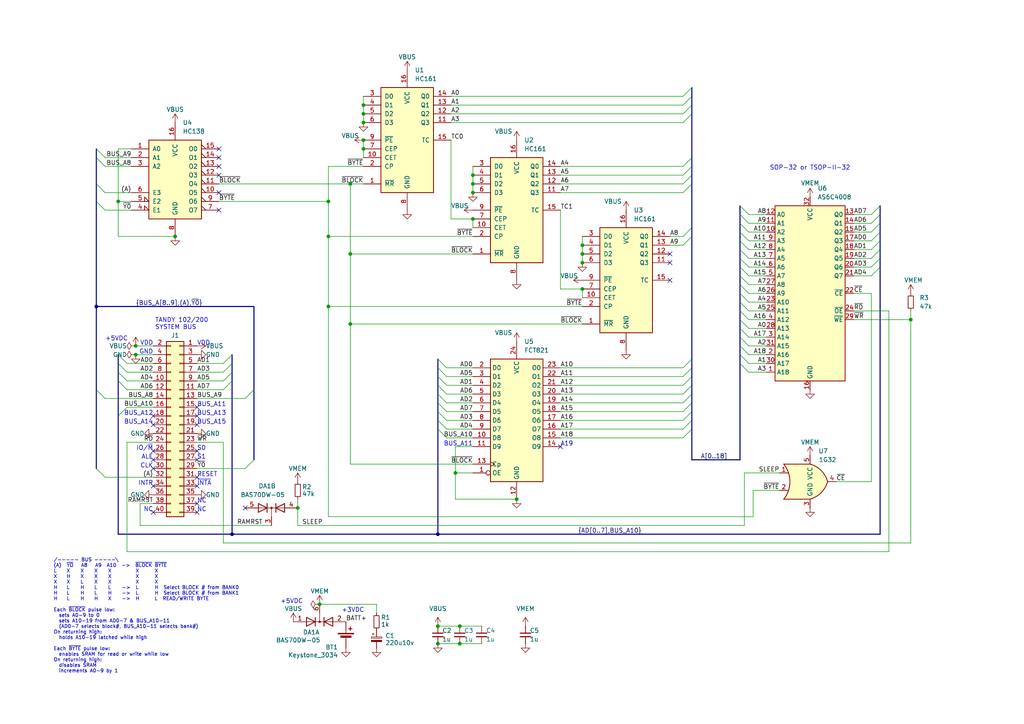
<source format=kicad_sch>
(kicad_sch (version 20231120) (generator "eeschema") (generator_version "8.0")
  (paper "A4")
  (title_block (title "MiniNDP 512K") (date "2024-05-19") (rev "003") (company "Brian K. White - b.kenyon.w@gmail.com") (comment 1 "github.com/bkw777/NODE_DATAPAC") (comment 2 "Use with RAM100.CO or RAM200.CO") (comment 3 "Work-alike of NODE Systems DATAPAC / RAMPAC"))
  (junction (at 133.35 181.61))
  (junction (at 137.16 53.34))
  (junction (at 34.29 58.42))
  (junction (at 127 181.61))
  (junction (at 101.6 93.98))
  (junction (at 168.91 71.12))
  (junction (at 95.25 88.9))
  (junction (at 168.91 73.66))
  (junction (at 39.37 100.33))
  (junction (at 105.41 40.64))
  (junction (at 132.08 137.16))
  (junction (at 95.25 58.42))
  (junction (at 133.35 186.69))
  (junction (at 39.37 102.87))
  (junction (at 101.6 53.34))
  (junction (at 149.86 144.78))
  (junction (at 137.16 63.5))
  (junction (at 67.31 154.94))
  (junction (at 168.91 83.82))
  (junction (at 86.36 147.32))
  (junction (at 168.91 76.2))
  (junction (at 137.16 55.88))
  (junction (at 92.71 175.26))
  (junction (at 127 154.94))
  (junction (at 127 186.69))
  (junction (at 105.41 43.18))
  (junction (at 101.6 73.66))
  (junction (at 105.41 30.48))
  (junction (at 50.8 68.58))
  (junction (at 95.25 68.58))
  (junction (at 27.94 88.9))
  (junction (at 105.41 33.02))
  (junction (at 105.41 35.56))
  (junction (at 264.16 92.71))
  (junction (at 137.16 50.8))
  (no_connect (at 57.15 138.43))
  (no_connect (at 194.31 73.66))
  (no_connect (at 63.5 50.8))
  (no_connect (at 57.15 123.19))
  (no_connect (at 44.45 148.59))
  (no_connect (at 57.15 130.81))
  (no_connect (at 57.15 148.59))
  (no_connect (at 63.5 60.96))
  (no_connect (at 44.45 130.81))
  (no_connect (at 194.31 81.28))
  (no_connect (at 44.45 120.65))
  (no_connect (at 63.5 55.88))
  (no_connect (at 44.45 123.19))
  (no_connect (at 63.5 43.18))
  (no_connect (at 44.45 140.97))
  (no_connect (at 63.5 45.72))
  (no_connect (at 194.31 76.2))
  (no_connect (at 44.45 133.35))
  (no_connect (at 44.45 135.89))
  (no_connect (at 57.15 146.05))
  (no_connect (at 57.15 120.65))
  (no_connect (at 162.56 129.54))
  (no_connect (at 57.15 133.35))
  (no_connect (at 57.15 140.97))
  (no_connect (at 63.5 48.26))
  (no_connect (at 57.15 118.11))
  (no_connect (at 71.12 147.32))
  (bus_entry (at 198.12 71.12) (size 2.54 -2.54))
  (bus_entry (at 252.73 64.77) (size 2.54 -2.54))
  (bus_entry (at 198.12 27.94) (size 2.54 -2.54))
  (bus_entry (at 36.83 110.49) (size -2.54 -2.54))
  (bus_entry (at 127 121.92) (size 2.54 2.54))
  (bus_entry (at 198.12 35.56) (size 2.54 -2.54))
  (bus_entry (at 217.17 72.39) (size -2.54 -2.54))
  (bus_entry (at 34.29 120.65) (size 2.54 -2.54))
  (bus_entry (at 198.12 116.84) (size 2.54 -2.54))
  (bus_entry (at 127 124.46) (size 2.54 2.54))
  (bus_entry (at 217.17 74.93) (size -2.54 -2.54))
  (bus_entry (at 217.17 85.09) (size -2.54 -2.54))
  (bus_entry (at 198.12 119.38) (size 2.54 -2.54))
  (bus_entry (at 127 116.84) (size 2.54 2.54))
  (bus_entry (at 27.94 53.34) (size 2.54 2.54))
  (bus_entry (at 36.83 113.03) (size -2.54 -2.54))
  (bus_entry (at 217.17 97.79) (size -2.54 -2.54))
  (bus_entry (at 36.83 105.41) (size -2.54 -2.54))
  (bus_entry (at 27.94 43.18) (size 2.54 2.54))
  (bus_entry (at 217.17 80.01) (size -2.54 -2.54))
  (bus_entry (at 217.17 77.47) (size -2.54 -2.54))
  (bus_entry (at 217.17 69.85) (size -2.54 -2.54))
  (bus_entry (at 198.12 53.34) (size 2.54 -2.54))
  (bus_entry (at 217.17 82.55) (size -2.54 -2.54))
  (bus_entry (at 217.17 90.17) (size -2.54 -2.54))
  (bus_entry (at 64.77 105.41) (size 2.54 -2.54))
  (bus_entry (at 73.66 133.35) (size -2.54 2.54))
  (bus_entry (at 198.12 111.76) (size 2.54 -2.54))
  (bus_entry (at 217.17 105.41) (size -2.54 -2.54))
  (bus_entry (at 252.73 72.39) (size 2.54 -2.54))
  (bus_entry (at 198.12 121.92) (size 2.54 -2.54))
  (bus_entry (at 217.17 64.77) (size -2.54 -2.54))
  (bus_entry (at 73.66 113.03) (size -2.54 2.54))
  (bus_entry (at 252.73 74.93) (size 2.54 -2.54))
  (bus_entry (at 127 119.38) (size 2.54 2.54))
  (bus_entry (at 217.17 102.87) (size -2.54 -2.54))
  (bus_entry (at 27.94 45.72) (size 2.54 2.54))
  (bus_entry (at 198.12 50.8) (size 2.54 -2.54))
  (bus_entry (at 27.94 58.42) (size 2.54 2.54))
  (bus_entry (at 217.17 87.63) (size -2.54 -2.54))
  (bus_entry (at 252.73 80.01) (size 2.54 -2.54))
  (bus_entry (at 252.73 77.47) (size 2.54 -2.54))
  (bus_entry (at 36.83 107.95) (size -2.54 -2.54))
  (bus_entry (at 64.77 113.03) (size 2.54 -2.54))
  (bus_entry (at 198.12 68.58) (size 2.54 -2.54))
  (bus_entry (at 127 104.14) (size 2.54 2.54))
  (bus_entry (at 198.12 109.22) (size 2.54 -2.54))
  (bus_entry (at 217.17 92.71) (size -2.54 -2.54))
  (bus_entry (at 252.73 67.31) (size 2.54 -2.54))
  (bus_entry (at 127 114.3) (size 2.54 2.54))
  (bus_entry (at 252.73 62.23) (size 2.54 -2.54))
  (bus_entry (at 217.17 100.33) (size -2.54 -2.54))
  (bus_entry (at 198.12 106.68) (size 2.54 -2.54))
  (bus_entry (at 217.17 95.25) (size -2.54 -2.54))
  (bus_entry (at 198.12 48.26) (size 2.54 -2.54))
  (bus_entry (at 252.73 69.85) (size 2.54 -2.54))
  (bus_entry (at 27.94 113.03) (size 2.54 2.54))
  (bus_entry (at 127 111.76) (size 2.54 2.54))
  (bus_entry (at 217.17 107.95) (size -2.54 -2.54))
  (bus_entry (at 198.12 33.02) (size 2.54 -2.54))
  (bus_entry (at 198.12 114.3) (size 2.54 -2.54))
  (bus_entry (at 217.17 62.23) (size -2.54 -2.54))
  (bus_entry (at 64.77 107.95) (size 2.54 -2.54))
  (bus_entry (at 198.12 127) (size 2.54 -2.54))
  (bus_entry (at 127 106.68) (size 2.54 2.54))
  (bus_entry (at 127 109.22) (size 2.54 2.54))
  (bus_entry (at 217.17 67.31) (size -2.54 -2.54))
  (bus_entry (at 198.12 124.46) (size 2.54 -2.54))
  (bus_entry (at 30.48 138.43) (size -2.54 -2.54))
  (bus_entry (at 198.12 55.88) (size 2.54 -2.54))
  (bus_entry (at 64.77 110.49) (size 2.54 -2.54))
  (bus_entry (at 198.12 30.48) (size 2.54 -2.54))
  (bus (pts (xy 127 116.84) (xy 127 119.38)))
  (bus (pts (xy 214.63 95.25) (xy 214.63 97.79)))
  (wire (pts (xy 132.08 129.54) (xy 132.08 137.16)))
  (wire (pts (xy 95.25 149.86) (xy 218.44 149.86)))
  (bus (pts (xy 27.94 45.72) (xy 27.94 53.34)))
  (wire (pts (xy 105.41 40.64) (xy 105.41 43.18)))
  (wire (pts (xy 40.64 146.05) (xy 40.64 152.4)))
  (wire (pts (xy 217.17 82.55) (xy 222.25 82.55)))
  (wire (pts (xy 168.91 73.66) (xy 168.91 71.12)))
  (wire (pts (xy 194.31 68.58) (xy 198.12 68.58)))
  (bus (pts (xy 214.63 105.41) (xy 214.63 102.87)))
  (wire (pts (xy 105.41 30.48) (xy 105.41 33.02)))
  (wire (pts (xy 247.65 80.01) (xy 252.73 80.01)))
  (wire (pts (xy 129.54 119.38) (xy 137.16 119.38)))
  (wire (pts (xy 132.08 137.16) (xy 132.08 144.78)))
  (wire (pts (xy 217.17 67.31) (xy 222.25 67.31)))
  (wire (pts (xy 162.56 114.3) (xy 198.12 114.3)))
  (bus (pts (xy 214.63 80.01) (xy 214.63 82.55)))
  (bus (pts (xy 214.63 105.41) (xy 214.63 133.35)))
  (wire (pts (xy 101.6 53.34) (xy 101.6 73.66)))
  (wire (pts (xy 130.81 27.94) (xy 198.12 27.94)))
  (wire (pts (xy 30.48 55.88) (xy 38.1 55.88)))
  (wire (pts (xy 36.83 113.03) (xy 44.45 113.03)))
  (bus (pts (xy 73.66 88.9) (xy 73.66 113.03)))
  (wire (pts (xy 30.48 115.57) (xy 44.45 115.57)))
  (bus (pts (xy 214.63 62.23) (xy 214.63 64.77)))
  (wire (pts (xy 101.6 93.98) (xy 101.6 134.62)))
  (bus (pts (xy 200.66 121.92) (xy 200.66 124.46)))
  (bus (pts (xy 34.29 105.41) (xy 34.29 107.95)))
  (wire (pts (xy 95.25 88.9) (xy 168.91 88.9)))
  (wire (pts (xy 168.91 83.82) (xy 162.56 83.82)))
  (bus (pts (xy 200.66 30.48) (xy 200.66 33.02)))
  (bus (pts (xy 200.66 33.02) (xy 200.66 45.72)))
  (wire (pts (xy 217.17 87.63) (xy 222.25 87.63)))
  (wire (pts (xy 133.35 181.61) (xy 139.7 181.61)))
  (wire (pts (xy 63.5 58.42) (xy 95.25 58.42)))
  (wire (pts (xy 36.83 105.41) (xy 44.45 105.41)))
  (wire (pts (xy 129.54 127) (xy 137.16 127)))
  (bus (pts (xy 200.66 133.35) (xy 214.63 133.35)))
  (wire (pts (xy 57.15 115.57) (xy 71.12 115.57)))
  (bus (pts (xy 200.66 50.8) (xy 200.66 53.34)))
  (bus (pts (xy 255.27 69.85) (xy 255.27 72.39)))
  (wire (pts (xy 247.65 74.93) (xy 252.73 74.93)))
  (bus (pts (xy 200.66 114.3) (xy 200.66 116.84)))
  (wire (pts (xy 162.56 127) (xy 198.12 127)))
  (wire (pts (xy 217.17 77.47) (xy 222.25 77.47)))
  (wire (pts (xy 137.16 48.26) (xy 137.16 50.8)))
  (bus (pts (xy 214.63 59.69) (xy 214.63 62.23)))
  (wire (pts (xy 162.56 106.68) (xy 198.12 106.68)))
  (wire (pts (xy 218.44 142.24) (xy 226.06 142.24)))
  (bus (pts (xy 67.31 154.94) (xy 127 154.94)))
  (wire (pts (xy 217.17 64.77) (xy 222.25 64.77)))
  (wire (pts (xy 127 181.61) (xy 133.35 181.61)))
  (wire (pts (xy 162.56 124.46) (xy 198.12 124.46)))
  (bus (pts (xy 214.63 77.47) (xy 214.63 80.01)))
  (wire (pts (xy 162.56 116.84) (xy 198.12 116.84)))
  (wire (pts (xy 217.17 90.17) (xy 222.25 90.17)))
  (bus (pts (xy 214.63 74.93) (xy 214.63 77.47)))
  (wire (pts (xy 217.17 100.33) (xy 222.25 100.33)))
  (wire (pts (xy 105.41 45.72) (xy 105.41 43.18)))
  (wire (pts (xy 39.37 100.33) (xy 44.45 100.33)))
  (wire (pts (xy 264.16 92.71) (xy 264.16 157.48)))
  (wire (pts (xy 64.77 128.27) (xy 64.77 157.48)))
  (bus (pts (xy 34.29 120.65) (xy 34.29 154.94)))
  (wire (pts (xy 168.91 83.82) (xy 168.91 86.36)))
  (wire (pts (xy 217.17 69.85) (xy 222.25 69.85)))
  (wire (pts (xy 132.08 137.16) (xy 137.16 137.16)))
  (bus (pts (xy 214.63 69.85) (xy 214.63 72.39)))
  (wire (pts (xy 129.54 116.84) (xy 137.16 116.84)))
  (bus (pts (xy 255.27 72.39) (xy 255.27 74.93)))
  (bus (pts (xy 214.63 82.55) (xy 214.63 85.09)))
  (wire (pts (xy 57.15 105.41) (xy 64.77 105.41)))
  (wire (pts (xy 194.31 71.12) (xy 198.12 71.12)))
  (wire (pts (xy 36.83 110.49) (xy 44.45 110.49)))
  (bus (pts (xy 27.94 113.03) (xy 27.94 135.89)))
  (wire (pts (xy 168.91 71.12) (xy 168.91 68.58)))
  (bus (pts (xy 200.66 111.76) (xy 200.66 114.3)))
  (bus (pts (xy 255.27 64.77) (xy 255.27 67.31)))
  (bus (pts (xy 200.66 106.68) (xy 200.66 109.22)))
  (bus (pts (xy 200.66 116.84) (xy 200.66 119.38)))
  (wire (pts (xy 162.56 119.38) (xy 198.12 119.38)))
  (bus (pts (xy 200.66 25.4) (xy 200.66 27.94)))
  (wire (pts (xy 217.17 97.79) (xy 222.25 97.79)))
  (bus (pts (xy 127 114.3) (xy 127 116.84)))
  (wire (pts (xy 95.25 68.58) (xy 95.25 88.9)))
  (wire (pts (xy 130.81 40.64) (xy 130.81 63.5)))
  (wire (pts (xy 130.81 35.56) (xy 198.12 35.56)))
  (wire (pts (xy 215.9 137.16) (xy 226.06 137.16)))
  (bus (pts (xy 200.66 109.22) (xy 200.66 111.76)))
  (wire (pts (xy 127 186.69) (xy 133.35 186.69)))
  (bus (pts (xy 73.66 113.03) (xy 73.66 133.35)))
  (wire (pts (xy 133.35 186.69) (xy 139.7 186.69)))
  (wire (pts (xy 247.65 92.71) (xy 264.16 92.71)))
  (wire (pts (xy 247.65 69.85) (xy 252.73 69.85)))
  (wire (pts (xy 129.54 106.68) (xy 137.16 106.68)))
  (bus (pts (xy 34.29 110.49) (xy 34.29 120.65)))
  (wire (pts (xy 57.15 128.27) (xy 64.77 128.27)))
  (bus (pts (xy 200.66 124.46) (xy 200.66 133.35)))
  (wire (pts (xy 129.54 124.46) (xy 137.16 124.46)))
  (wire (pts (xy 217.17 62.23) (xy 222.25 62.23)))
  (wire (pts (xy 162.56 109.22) (xy 198.12 109.22)))
  (wire (pts (xy 137.16 50.8) (xy 137.16 53.34)))
  (wire (pts (xy 39.37 102.87) (xy 44.45 102.87)))
  (bus (pts (xy 200.66 53.34) (xy 200.66 66.04)))
  (wire (pts (xy 105.41 27.94) (xy 105.41 30.48)))
  (bus (pts (xy 200.66 66.04) (xy 200.66 68.58)))
  (wire (pts (xy 95.25 68.58) (xy 137.16 68.58)))
  (bus (pts (xy 255.27 62.23) (xy 255.27 64.77)))
  (wire (pts (xy 63.5 53.34) (xy 101.6 53.34)))
  (wire (pts (xy 130.81 63.5) (xy 137.16 63.5)))
  (wire (pts (xy 109.22 175.26) (xy 92.71 175.26)))
  (wire (pts (xy 101.6 53.34) (xy 105.41 53.34)))
  (bus (pts (xy 27.94 53.34) (xy 27.94 58.42)))
  (wire (pts (xy 34.29 58.42) (xy 34.29 68.58)))
  (bus (pts (xy 127 124.46) (xy 127 154.94)))
  (bus (pts (xy 255.27 74.93) (xy 255.27 77.47)))
  (bus (pts (xy 214.63 72.39) (xy 214.63 74.93)))
  (bus (pts (xy 67.31 105.41) (xy 67.31 107.95)))
  (bus (pts (xy 214.63 64.77) (xy 214.63 67.31)))
  (bus (pts (xy 255.27 59.69) (xy 255.27 62.23)))
  (bus (pts (xy 214.63 85.09) (xy 214.63 87.63)))
  (bus (pts (xy 67.31 107.95) (xy 67.31 110.49)))
  (wire (pts (xy 247.65 72.39) (xy 252.73 72.39)))
  (wire (pts (xy 162.56 50.8) (xy 198.12 50.8)))
  (bus (pts (xy 214.63 97.79) (xy 214.63 100.33)))
  (wire (pts (xy 129.54 111.76) (xy 137.16 111.76)))
  (wire (pts (xy 95.25 48.26) (xy 105.41 48.26)))
  (wire (pts (xy 217.17 85.09) (xy 222.25 85.09)))
  (bus (pts (xy 214.63 90.17) (xy 214.63 92.71)))
  (bus (pts (xy 127 109.22) (xy 127 111.76)))
  (wire (pts (xy 95.25 88.9) (xy 95.25 149.86)))
  (bus (pts (xy 34.29 107.95) (xy 34.29 110.49)))
  (wire (pts (xy 168.91 76.2) (xy 168.91 73.66)))
  (wire (pts (xy 162.56 55.88) (xy 198.12 55.88)))
  (bus (pts (xy 255.27 77.47) (xy 255.27 154.94)))
  (wire (pts (xy 34.29 68.58) (xy 50.8 68.58)))
  (wire (pts (xy 57.15 107.95) (xy 64.77 107.95)))
  (wire (pts (xy 162.56 83.82) (xy 162.56 60.96)))
  (wire (pts (xy 162.56 53.34) (xy 198.12 53.34)))
  (wire (pts (xy 162.56 121.92) (xy 198.12 121.92)))
  (bus (pts (xy 127 154.94) (xy 255.27 154.94)))
  (wire (pts (xy 217.17 72.39) (xy 222.25 72.39)))
  (wire (pts (xy 242.57 139.7) (xy 252.73 139.7)))
  (wire (pts (xy 217.17 80.01) (xy 222.25 80.01)))
  (bus (pts (xy 27.94 43.18) (xy 27.94 45.72)))
  (wire (pts (xy 218.44 142.24) (xy 218.44 149.86)))
  (bus (pts (xy 255.27 67.31) (xy 255.27 69.85)))
  (bus (pts (xy 200.66 48.26) (xy 200.66 50.8)))
  (bus (pts (xy 67.31 102.87) (xy 67.31 105.41)))
  (wire (pts (xy 247.65 67.31) (xy 252.73 67.31)))
  (wire (pts (xy 129.54 114.3) (xy 137.16 114.3)))
  (bus (pts (xy 214.63 100.33) (xy 214.63 102.87)))
  (wire (pts (xy 34.29 43.18) (xy 34.29 58.42)))
  (wire (pts (xy 217.17 107.95) (xy 222.25 107.95)))
  (wire (pts (xy 247.65 64.77) (xy 252.73 64.77)))
  (bus (pts (xy 127 119.38) (xy 127 121.92)))
  (wire (pts (xy 247.65 62.23) (xy 252.73 62.23)))
  (bus (pts (xy 127 106.68) (xy 127 109.22)))
  (wire (pts (xy 217.17 102.87) (xy 222.25 102.87)))
  (bus (pts (xy 200.66 27.94) (xy 200.66 30.48)))
  (wire (pts (xy 247.65 77.47) (xy 252.73 77.47)))
  (wire (pts (xy 36.83 128.27) (xy 36.83 160.02)))
  (wire (pts (xy 36.83 107.95) (xy 44.45 107.95)))
  (bus (pts (xy 200.66 104.14) (xy 200.66 106.68)))
  (wire (pts (xy 95.25 58.42) (xy 95.25 68.58)))
  (wire (pts (xy 57.15 113.03) (xy 64.77 113.03)))
  (bus (pts (xy 200.66 45.72) (xy 200.66 48.26)))
  (bus (pts (xy 27.94 88.9) (xy 27.94 113.03)))
  (wire (pts (xy 34.29 43.18) (xy 38.1 43.18)))
  (wire (pts (xy 264.16 90.17) (xy 264.16 92.71)))
  (wire (pts (xy 101.6 93.98) (xy 168.91 93.98)))
  (wire (pts (xy 44.45 128.27) (xy 36.83 128.27)))
  (wire (pts (xy 264.16 157.48) (xy 64.77 157.48)))
  (wire (pts (xy 57.15 110.49) (xy 64.77 110.49)))
  (wire (pts (xy 30.48 48.26) (xy 38.1 48.26)))
  (wire (pts (xy 137.16 53.34) (xy 137.16 55.88)))
  (wire (pts (xy 252.73 85.09) (xy 252.73 139.7)))
  (bus (pts (xy 214.63 92.71) (xy 214.63 95.25)))
  (wire (pts (xy 130.81 30.48) (xy 198.12 30.48)))
  (wire (pts (xy 132.08 129.54) (xy 137.16 129.54)))
  (bus (pts (xy 27.94 88.9) (xy 73.66 88.9)))
  (wire (pts (xy 57.15 135.89) (xy 71.12 135.89)))
  (wire (pts (xy 101.6 73.66) (xy 137.16 73.66)))
  (bus (pts (xy 27.94 58.42) (xy 27.94 88.9)))
  (wire (pts (xy 129.54 109.22) (xy 137.16 109.22)))
  (wire (pts (xy 109.22 177.8) (xy 109.22 175.26)))
  (wire (pts (xy 105.41 33.02) (xy 105.41 35.56)))
  (wire (pts (xy 217.17 105.41) (xy 222.25 105.41)))
  (wire (pts (xy 86.36 144.78) (xy 86.36 147.32)))
  (bus (pts (xy 67.31 110.49) (xy 67.31 154.94)))
  (wire (pts (xy 40.64 146.05) (xy 44.45 146.05)))
  (wire (pts (xy 130.81 33.02) (xy 198.12 33.02)))
  (wire (pts (xy 101.6 73.66) (xy 101.6 93.98)))
  (bus (pts (xy 200.66 68.58) (xy 200.66 104.14)))
  (wire (pts (xy 132.08 144.78) (xy 149.86 144.78)))
  (bus (pts (xy 127 111.76) (xy 127 114.3)))
  (wire (pts (xy 36.83 118.11) (xy 44.45 118.11)))
  (wire (pts (xy 217.17 74.93) (xy 222.25 74.93)))
  (wire (pts (xy 252.73 85.09) (xy 247.65 85.09)))
  (wire (pts (xy 162.56 48.26) (xy 198.12 48.26)))
  (bus (pts (xy 214.63 87.63) (xy 214.63 90.17)))
  (wire (pts (xy 247.65 90.17) (xy 257.81 90.17)))
  (wire (pts (xy 137.16 63.5) (xy 137.16 66.04)))
  (bus (pts (xy 214.63 67.31) (xy 214.63 69.85)))
  (wire (pts (xy 30.48 60.96) (xy 38.1 60.96)))
  (wire (pts (xy 129.54 121.92) (xy 137.16 121.92)))
  (wire (pts (xy 257.81 160.02) (xy 257.81 90.17)))
  (wire (pts (xy 30.48 138.43) (xy 44.45 138.43)))
  (bus (pts (xy 34.29 102.87) (xy 34.29 105.41)))
  (wire (pts (xy 217.17 92.71) (xy 222.25 92.71)))
  (wire (pts (xy 95.25 48.26) (xy 95.25 58.42)))
  (wire (pts (xy 30.48 45.72) (xy 38.1 45.72)))
  (bus (pts (xy 127 121.92) (xy 127 124.46)))
  (wire (pts (xy 162.56 111.76) (xy 198.12 111.76)))
  (wire (pts (xy 40.64 152.4) (xy 78.74 152.4)))
  (wire (pts (xy 86.36 152.4) (xy 215.9 152.4)))
  (wire (pts (xy 215.9 137.16) (xy 215.9 152.4)))
  (wire (pts (xy 217.17 95.25) (xy 222.25 95.25)))
  (bus (pts (xy 127 104.14) (xy 127 106.68)))
  (bus (pts (xy 34.29 154.94) (xy 67.31 154.94)))
  (bus (pts (xy 200.66 119.38) (xy 200.66 121.92)))
  (wire (pts (xy 34.29 58.42) (xy 38.1 58.42)))
  (wire (pts (xy 86.36 152.4) (xy 86.36 147.32)))
  (wire (pts (xy 101.6 134.62) (xy 137.16 134.62)))
  (wire (pts (xy 36.83 160.02) (xy 257.81 160.02)))
  (text "BUS_A11" (at 57.15 118.11 0) (effects (font (size 1.27 1.27)) (justify left bottom)))
  (text "TANDY 102/200\nSYSTEM BUS" (at 44.958 95.758 0) (effects (font (size 1.27 1.27)) (justify left bottom)))
  (text "+5VDC" (at 30.48 99.06 0) (effects (font (size 1.27 1.27)) (justify left bottom)))
  (text "BUS_A15" (at 57.15 123.19 0) (effects (font (size 1.27 1.27)) (justify left bottom)))
  (text "INTR" (at 44.45 140.97 0) (effects (font (size 1.27 1.27)) (justify right bottom)))
  (text "BUS_A14" (at 44.45 123.19 0) (effects (font (size 1.27 1.27)) (justify right bottom)))
  (text "ALE" (at 44.45 133.35 0) (effects (font (size 1.27 1.27)) (justify right bottom)))
  (text "S1" (at 57.15 133.35 0) (effects (font (size 1.27 1.27)) (justify left bottom)))
  (text "SOP-32 or TSOP-II-32" (at 234.95 48.768 0) (effects (font (size 1.27 1.27))))
  (text "NC" (at 57.15 148.59 0) (effects (font (size 1.27 1.27)) (justify left bottom)))
  (text "NC" (at 57.15 146.05 0) (effects (font (size 1.27 1.27)) (justify left bottom)))
  (text "~{INTA}" (at 57.15 140.97 0) (effects (font (size 1.27 1.27)) (justify left bottom)))
  (text "CLK" (at 44.45 135.89 0) (effects (font (size 1.27 1.27)) (justify right bottom)))
  (text "GND" (at 44.45 102.87 0) (effects (font (size 1.27 1.27)) (justify right bottom)))
  (text "IO/~{M}" (at 44.45 130.81 0) (effects (font (size 1.27 1.27)) (justify right bottom)))
  (text "VDD" (at 44.45 100.33 0) (effects (font (size 1.27 1.27)) (justify right bottom)))
  (text "BUS_A11" (at 137.16 129.54 0) (effects (font (size 1.27 1.27)) (justify right bottom)))
  (text "/----- BUS -----\\\n(A)	~{YO}   A8   A9  A10  ->  ~{BLOCK} ~{BYTE}\nL	X	X	X	X		X	  X\nX	H	X	X	X		X	  X\nX	X	L	X	X		X	  X\nH	L	H	L	L	->  L	  H  Select BLOCK # from BANK0\nH	L	H	L	H	->  L	  H  Select BLOCK # from BANK1\nH	L	H	H	X	->  H	  L  READ/WRITE BYTE\n\nEach ~{BLOCK} pulse low:\n  sets A0-9 to 0\n  sets A10-19 from AD0-7 & BUS_A10-11\n  (AD0-7 selects block#, BUS_A10-11 selects bank#)\nOn returning high:\n  holds A10-19 latched while high\n\nEach ~{BYTE} pulse low:\n  enables SRAM for read or write while low\nOn returning high:\n  disables SRAM\n  increments A0-9 by 1\n" (at 15.494 195.326 0) (effects (font (size 1 1)) (justify left bottom)))
  (text "+3VDC" (at 99.06 177.8 0) (effects (font (size 1.27 1.27)) (justify left bottom)))
  (text "S0" (at 57.15 130.81 0) (effects (font (size 1.27 1.27)) (justify left bottom)))
  (text "RESET" (at 57.15 138.43 0) (effects (font (size 1.27 1.27)) (justify left bottom)))
  (text "A19" (at 162.56 129.54 0) (effects (font (size 1.27 1.27)) (justify left bottom)))
  (text "NC" (at 44.45 148.59 0) (effects (font (size 1.27 1.27)) (justify right bottom)))
  (text "VDD" (at 57.15 100.33 0) (effects (font (size 1.27 1.27)) (justify left bottom)))
  (text "+5VDC" (at 81.28 175.26 0) (effects (font (size 1.27 1.27)) (justify left bottom)))
  (text "BUS_A13" (at 57.15 120.65 0) (effects (font (size 1.27 1.27)) (justify left bottom)))
  (text "BUS_A12" (at 44.45 120.65 0) (effects (font (size 1.27 1.27)) (justify right bottom)))
  (label "BUS_A8" (at 44.45 115.57 180))
  (label "~{RD}" (at 247.65 90.17 0))
  (label "A17" (at 162.56 124.46 0))
  (label "BATT+" (at 100.33 180.34 0))
  (label "AD3" (at 57.15 107.95 0))
  (label "A5" (at 162.56 50.8 0))
  (label "A1" (at 222.25 105.41 180))
  (label "~{CE}" (at 247.65 85.09 0))
  (label "A7" (at 222.25 82.55 180))
  (label "A2" (at 130.81 33.02 0))
  (label "AD5" (at 137.16 109.22 180))
  (label "A13" (at 222.25 74.93 180))
  (label "AD0" (at 247.65 69.85 0))
  (label "A1" (at 130.81 30.48 0))
  (label "~{CE}" (at 242.57 139.7 0))
  (label "~{BLOCK}" (at 137.16 73.66 180))
  (label "A16" (at 222.25 92.71 180))
  (label "A11" (at 162.56 109.22 0))
  (label "AD6" (at 137.16 114.3 180))
  (label "~{Y0}" (at 38.1 60.96 180))
  (label "AD1" (at 57.15 105.41 0))
  (label "A6" (at 162.56 53.34 0))
  (label "A7" (at 162.56 55.88 0))
  (label "{AD[0..7],BUS_A10}" (at 167.64 154.94 0))
  (label "A9" (at 194.31 71.12 0))
  (label "AD5" (at 247.65 67.31 0))
  (label "A10" (at 162.56 106.68 0))
  (label "RAMRST" (at 44.45 146.05 180))
  (label "AD7" (at 57.15 113.03 0))
  (label "A0" (at 130.81 27.94 0))
  (label "AD2" (at 44.45 107.95 180))
  (label "~{Y0}" (at 57.15 135.89 0))
  (label "AD1" (at 247.65 72.39 0))
  (label "A12" (at 162.56 111.76 0))
  (label "A17" (at 222.25 97.79 180))
  (label "AD0" (at 137.16 106.68 180))
  (label "A3" (at 222.25 107.95 180))
  (label "A[0..18]" (at 203.2 133.35 0))
  (label "A8" (at 222.25 62.23 180))
  (label "(A)" (at 38.1 55.88 180))
  (label "A18" (at 222.25 102.87 180))
  (label "A18" (at 162.56 127 0))
  (label "RAMRST" (at 76.2 152.4 180))
  (label "AD6" (at 44.45 113.03 180))
  (label "A2" (at 222.25 100.33 180))
  (label "A15" (at 222.25 80.01 180))
  (label "~{BLOCK}" (at 63.5 53.34 0))
  (label "A6" (at 222.25 85.09 180))
  (label "A9" (at 222.25 64.77 180))
  (label "~{BLOCK}" (at 168.91 93.98 180))
  (label "AD4" (at 137.16 124.46 180))
  (label "~{BYTE}" (at 105.41 48.26 180))
  (label "AD7" (at 247.65 62.23 0))
  (label "AD4" (at 247.65 80.01 0))
  (label "AD2" (at 137.16 116.84 180))
  (label "A15" (at 162.56 119.38 0))
  (label "A13" (at 162.56 114.3 0))
  (label "BUS_A10" (at 137.16 127 180))
  (label "A8" (at 194.31 68.58 0))
  (label "~{BYTE}" (at 168.91 88.9 180))
  (label "~{BYTE}" (at 137.16 68.58 180))
  (label "BUS_A10" (at 44.45 118.11 180))
  (label "AD0" (at 44.45 105.41 180))
  (label "~{WR}" (at 247.65 92.71 0))
  (label "A16" (at 162.56 121.92 0))
  (label "A4" (at 162.56 48.26 0))
  (label "AD3" (at 247.65 77.47 0))
  (label "{BUS_A[8..9],(A),~{Y0}}" (at 39.37 88.9 0))
  (label "A3" (at 130.81 35.56 0))
  (label "BUS_A9" (at 38.1 45.72 180))
  (label "AD4" (at 44.45 110.49 180))
  (label "A11" (at 222.25 69.85 180))
  (label "A12" (at 222.25 72.39 180))
  (label "A0" (at 222.25 95.25 180))
  (label "~{BLOCK}" (at 137.16 134.62 180))
  (label "A14" (at 162.56 116.84 0))
  (label "A5" (at 222.25 90.17 180))
  (label "SLEEP" (at 226.06 137.16 180))
  (label "BUS_A8" (at 38.1 48.26 180))
  (label "AD2" (at 247.65 74.93 0))
  (label "AD7" (at 137.16 119.38 180))
  (label "A14" (at 222.25 77.47 180))
  (label "AD1" (at 137.16 111.76 180))
  (label "~{WR}" (at 57.15 128.27 0))
  (label "~{BYTE}" (at 226.06 142.24 180))
  (label "(A)" (at 44.45 138.43 180))
  (label "A10" (at 222.25 67.31 180))
  (label "BUS_A9" (at 57.15 115.57 0))
  (label "AD6" (at 247.65 64.77 0))
  (label "TC0" (at 130.81 40.64 0))
  (label "TC1" (at 162.56 60.96 0))
  (label "~{RD}" (at 44.45 128.27 180))
  (label "AD5" (at 57.15 110.49 0))
  (label "~{BLOCK}" (at 105.41 53.34 180))
  (label "~{BYTE}" (at 63.5 58.42 0))
  (label "SLEEP" (at 87.63 152.4 0))
  (label "A4" (at 222.25 87.63 180))
  (label "AD3" (at 137.16 121.92 180))
  (symbol (lib_id "000_LOCAL:C_Polarized") (at 109.22 185.42 0) (unit 1)
    (property "Reference" "C1" (at 111.76 184.404 0) (effects (justify left)))
    (property "Value" "220u10v" (at 111.76 186.436 0) (effects (justify left)))
    (property "Footprint" "000_LOCAL:CP_6032" (effects (hide yes)))
    (property "Datasheet" "datasheets/TAJ.odf" (effects (hide yes)))
  )
  (symbol (lib_id "power:GND") (at 168.91 76.2 0) (unit 1)
    (property "Reference" "#PWR034" (effects (hide yes)))
    (property "Value" "GND" (effects (hide yes)))
    (property "Description" "Power symbol creates a global label with name \"GND\" , ground" (effects (hide yes)))
  )
  (symbol (lib_id "000_LOCAL:AS6C4008_DIP") (at 234.95 82.55 0) (unit 1)
    (property "Reference" "U6" (at 237.1441 54.61 0) (effects (justify left)))
    (property "Value" "AS6C4008" (at 237.1441 57.15 0) (effects (justify left)))
    (property "Footprint" "000_LOCAL:TSOP-II-SOP-32_dual" (effects (hide yes)))
    (property "Datasheet" "datasheets/AS6C4008.pdf" (effects (hide yes)))
    (property "Description" "512K x 8 High-Speed CMOS Static RAM, DIP-32/SOP-32/TSOP-32" (effects (hide yes)))
  )
  (symbol (lib_id "power:GND") (at 57.15 143.51 90) (unit 1)
    (property "Reference" "#PWR08" (effects (hide yes)))
    (property "Value" "GND" (at 59.69 143.51 90) (effects (justify right)))
    (property "Description" "Power symbol creates a global label with name \"GND\" , ground" (effects (hide yes)))
  )
  (symbol (lib_id "power:VMEM") (at 92.71 175.26 0) (unit 1)
    (property "Reference" "#PWR010" (effects (hide yes)))
    (property "Value" "VMEM" (at 92.71 171.45 0))
    (property "Description" "Power symbol creates a global label with name \"VMEM\"" (effects (hide yes)))
  )
  (symbol (lib_id "power:VBUS") (at 39.37 100.33 0) (unit 1)
    (property "Reference" "#PWR01" (effects (hide yes)))
    (property "Value" "VBUS" (at 36.83 100.33 0) (effects (justify right)))
    (property "Description" "Power symbol creates a global label with name \"VBUS\"" (effects (hide yes)))
  )
  (symbol (lib_id "power:GND") (at 234.95 113.03 0) (unit 1)
    (property "Reference" "#PWR026" (effects (hide yes)))
    (property "Value" "GND" (effects (hide yes)))
    (property "Description" "Power symbol creates a global label with name \"GND\" , ground" (effects (hide yes)))
  )
  (symbol (lib_id "000_LOCAL:74xx821") (at 149.86 119.38 0) (unit 1)
    (property "Reference" "U5" (at 152.0541 99.06 0) (effects (justify left)))
    (property "Value" "FCT821" (at 152.0541 101.6 0) (effects (justify left)))
    (property "Footprint" "000_LOCAL:SOIC-24" (effects (hide yes)))
    (property "Datasheet" "datasheets/CY74FCT821T.pdf" (effects (hide yes)))
    (property "Description" "10-bit Register, 3-state outputs" (effects (hide yes)))
  )
  (symbol (lib_id "000_LOCAL:Battery_Cell") (at 100.33 185.42 0) (unit 1)
    (property "Reference" "BT1" (at 98.044 187.706 0) (effects (justify right)))
    (property "Value" "Keystone_3034" (at 98.044 189.992 0) (effects (justify right)))
    (property "Footprint" "000_LOCAL:Keystone_3028_3034" (effects (hide yes)))
    (property "Datasheet" "datasheets/Keystone_3034.pdf" (effects (hide yes)))
  )
  (symbol (lib_id "power:VBUS") (at 137.16 60.96 90) (unit 1)
    (property "Reference" "#PWR035" (effects (hide yes)))
    (property "Value" "VBUS" (at 133.35 59.69 90))
    (property "Description" "Power symbol creates a global label with name \"VBUS\"" (effects (hide yes)))
  )
  (symbol (lib_id "power:GND") (at 50.8 68.58 0) (unit 1)
    (property "Reference" "#PWR022" (effects (hide yes)))
    (property "Value" "GND" (effects (hide yes)))
    (property "Description" "Power symbol creates a global label with name \"GND\" , ground" (effects (hide yes)))
  )
  (symbol (lib_id "power:VMEM") (at 86.36 139.7 0) (unit 1)
    (property "Reference" "#PWR013" (effects (hide yes)))
    (property "Value" "VMEM" (at 86.36 135.89 0))
    (property "Description" "Power symbol creates a global label with name \"VMEM\"" (effects (hide yes)))
  )
  (symbol (lib_id "power:GND") (at 44.45 125.73 270) (unit 1)
    (property "Reference" "#PWR05" (effects (hide yes)))
    (property "Value" "GND" (at 41.91 125.73 90) (effects (justify right)))
    (property "Description" "Power symbol creates a global label with name \"GND\" , ground" (effects (hide yes)))
  )
  (symbol (lib_id "power:VMEM") (at 234.95 57.15 0) (unit 1)
    (property "Reference" "#PWR012" (effects (hide yes)))
    (property "Value" "VMEM" (at 234.95 53.086 0))
    (property "Description" "Power symbol creates a global label with name \"VMEM\"" (effects (hide yes)))
  )
  (symbol (lib_id "power:PWR_FLAG") (at 39.37 100.33 90) (unit 1)
    (property "Reference" "#FLG01" (effects (hide yes)))
    (property "Value" "PWR_FLAG" (effects (hide yes)))
    (property "Description" "Special symbol for telling ERC where power comes from" (effects (hide yes)))
  )
  (symbol (lib_id "000_LOCAL:BAV70S") (at 92.71 180.34 0) (mirror x) (unit 1)
    (property "Reference" "DA1" (at 92.71 183.388 0) (effects (justify right)))
    (property "Value" "BAS70DW-05" (at 92.964 185.674 0) (effects (justify right)))
    (property "Footprint" "000_LOCAL:SOT-363_SC-70-6_symmetric" (effects (hide yes)))
    (property "Datasheet" "datasheets/BAS70.pdf" (effects (hide yes)))
  )
  (symbol (lib_id "power:GND") (at 100.33 187.96 0) (unit 1)
    (property "Reference" "#PWR058" (effects (hide yes)))
    (property "Value" "GND" (effects (hide yes)))
    (property "Description" "Power symbol creates a global label with name \"GND\" , ground" (effects (hide yes)))
  )
  (symbol (lib_id "power:GND") (at 149.86 81.28 0) (unit 1)
    (property "Reference" "#PWR019" (effects (hide yes)))
    (property "Value" "GND" (effects (hide yes)))
    (property "Description" "Power symbol creates a global label with name \"GND\" , ground" (effects (hide yes)))
  )
  (symbol (lib_id "000_LOCAL:74xx161") (at 181.61 81.28 0) (unit 1)
    (property "Reference" "U3" (at 183.8041 60.96 0) (effects (justify left)))
    (property "Value" "HC161" (at 183.8041 63.5 0) (effects (justify left)))
    (property "Footprint" "000_LOCAL:TSSOP-16" (effects (hide yes)))
    (property "Datasheet" "datasheets/74xx161.pdf" (effects (hide yes)))
  )
  (symbol (lib_id "power:GND") (at 44.45 143.51 270) (unit 1)
    (property "Reference" "#PWR07" (effects (hide yes)))
    (property "Value" "GND" (at 41.91 143.51 90) (effects (justify right)))
    (property "Description" "Power symbol creates a global label with name \"GND\" , ground" (effects (hide yes)))
  )
  (symbol (lib_id "power:VBUS") (at 57.15 100.33 270) (unit 1)
    (property "Reference" "#PWR042" (effects (hide yes)))
    (property "Value" "VBUS" (at 62.23 100.33 90))
    (property "Description" "Power symbol creates a global label with name \"VBUS\"" (effects (hide yes)))
  )
  (symbol (lib_id "power:GND") (at 39.37 102.87 0) (unit 1)
    (property "Reference" "#PWR03" (effects (hide yes)))
    (property "Value" "GND" (at 36.83 102.87 0) (effects (justify right)))
    (property "Description" "Power symbol creates a global label with name \"GND\" , ground" (effects (hide yes)))
  )
  (symbol (lib_name "74xx161_1") (lib_id "000_LOCAL:74xx161") (at 118.11 40.64 0) (unit 1)
    (property "Reference" "U1" (at 120.3041 20.32 0) (effects (justify left)))
    (property "Value" "HC161" (at 120.3041 22.86 0) (effects (justify left)))
    (property "Footprint" "000_LOCAL:TSSOP-16" (effects (hide yes)))
    (property "Datasheet" "datasheets/74xx161.pdf" (effects (hide yes)))
  )
  (symbol (lib_id "000_LOCAL:BAV70S") (at 78.74 147.32 0) (mirror y) (unit 2)
    (property "Reference" "DA1" (at 77.47 140.97 0))
    (property "Value" "BAS70DW-05" (at 76.2 143.51 0))
    (property "Footprint" "000_LOCAL:SOT-363_SC-70-6_symmetric" (effects (hide yes)))
    (property "Datasheet" "datasheets/BAS70.pdf" (effects (hide yes)))
  )
  (symbol (lib_id "power:VMEM") (at 152.4 181.61 0) (unit 1) (on_board no)
    (property "Reference" "#PWR055" (effects (hide yes)))
    (property "Value" "VMEM" (at 152.4 176.53 0))
    (property "Description" "Power symbol creates a global label with name \"VMEM\"" (effects (hide yes)))
  )
  (symbol (lib_id "000_LOCAL:74xx138") (at 50.8 50.8 0) (unit 1)
    (property "Reference" "U4" (at 52.9941 35.56 0) (effects (justify left)))
    (property "Value" "HC138" (at 52.9941 38.1 0) (effects (justify left)))
    (property "Footprint" "000_LOCAL:TSSOP-16" (effects (hide yes)))
    (property "Datasheet" "datasheets/74xx138.pdf" (effects (hide yes)))
  )
  (symbol (lib_name "C_1") (lib_id "000_LOCAL:C") (at 152.4 184.15 0) (unit 1)
    (property "Reference" "C5" (at 153.67 182.88 0) (effects (justify left)))
    (property "Value" "1u" (at 153.67 185.42 0) (effects (justify left)))
    (property "Footprint" "000_LOCAL:C_0805" (effects (hide yes)))
  )
  (symbol (lib_id "power:GND") (at 137.16 55.88 0) (unit 1)
    (property "Reference" "#PWR039" (effects (hide yes)))
    (property "Value" "GND" (effects (hide yes)))
    (property "Description" "Power symbol creates a global label with name \"GND\" , ground" (effects (hide yes)))
  )
  (symbol (lib_id "000_LOCAL:74xx1G32") (at 234.95 139.7 0) (unit 1)
    (property "Reference" "U7" (at 238.76 130.81 0))
    (property "Value" "1G32" (at 240.03 133.35 0))
    (property "Footprint" "000_LOCAL:SOT-353_SC-70-5" (effects (hide yes)))
    (property "Datasheet" "datasheets/74xx1G32.pdf" (effects (hide yes)))
  )
  (symbol (lib_id "power:PWR_FLAG") (at 39.37 102.87 90) (unit 1)
    (property "Reference" "#FLG03" (effects (hide yes)))
    (property "Value" "PWR_FLAG" (effects (hide yes)))
    (property "Description" "Special symbol for telling ERC where power comes from" (effects (hide yes)))
  )
  (symbol (lib_id "power:GND") (at 127 186.69 0) (unit 1)
    (property "Reference" "#PWR023" (effects (hide yes)))
    (property "Value" "GND" (effects (hide yes)))
    (property "Description" "Power symbol creates a global label with name \"GND\" , ground" (effects (hide yes)))
  )
  (symbol (lib_name "74xx161_2") (lib_id "000_LOCAL:74xx161") (at 149.86 60.96 0) (unit 1)
    (property "Reference" "U2" (at 152.0541 40.64 0) (effects (justify left)))
    (property "Value" "HC161" (at 152.0541 43.18 0) (effects (justify left)))
    (property "Footprint" "000_LOCAL:TSSOP-16" (effects (hide yes)))
    (property "Datasheet" "datasheets/74xx161.pdf" (effects (hide yes)))
  )
  (symbol (lib_id "power:GND") (at 57.15 125.73 90) (unit 1)
    (property "Reference" "#PWR06" (effects (hide yes)))
    (property "Value" "GND" (at 59.69 125.73 90) (effects (justify right)))
    (property "Description" "Power symbol creates a global label with name \"GND\" , ground" (effects (hide yes)))
  )
  (symbol (lib_id "power:GND") (at 105.41 35.56 0) (unit 1)
    (property "Reference" "#PWR038" (effects (hide yes)))
    (property "Value" "GND" (effects (hide yes)))
    (property "Description" "Power symbol creates a global label with name \"GND\" , ground" (effects (hide yes)))
  )
  (symbol (lib_id "000_LOCAL:C") (at 133.35 184.15 0) (unit 1)
    (property "Reference" "C3" (at 134.62 182.88 0) (effects (justify left)))
    (property "Value" "1u" (at 134.62 185.42 0) (effects (justify left)))
    (property "Footprint" "000_LOCAL:C_0805" (effects (hide yes)))
  )
  (symbol (lib_id "power:VMEM") (at 264.16 85.09 0) (unit 1)
    (property "Reference" "#PWR014" (effects (hide yes)))
    (property "Value" "VMEM" (at 264.922 81.28 0))
    (property "Description" "Power symbol creates a global label with name \"VMEM\"" (effects (hide yes)))
  )
  (symbol (lib_id "power:VBUS") (at 105.41 40.64 90) (unit 1)
    (property "Reference" "#PWR036" (effects (hide yes)))
    (property "Value" "VBUS" (at 104.14 39.37 90) (effects (justify left)))
    (property "Description" "Power symbol creates a global label with name \"VBUS\"" (effects (hide yes)))
  )
  (symbol (lib_id "power:GND") (at 118.11 60.96 0) (unit 1)
    (property "Reference" "#PWR020" (effects (hide yes)))
    (property "Value" "GND" (effects (hide yes)))
    (property "Description" "Power symbol creates a global label with name \"GND\" , ground" (effects (hide yes)))
  )
  (symbol (lib_id "000_LOCAL:R") (at 86.36 142.24 0) (unit 1)
    (property "Reference" "R2" (at 87.63 141.224 0) (effects (justify left)))
    (property "Value" "47k" (at 87.63 143.256 0) (effects (justify left)))
    (property "Footprint" "000_LOCAL:R_0805" (effects (hide yes)))
  )
  (symbol (lib_id "power:GND") (at 57.15 102.87 90) (unit 1)
    (property "Reference" "#PWR04" (effects (hide yes)))
    (property "Value" "GND" (at 59.69 102.87 90) (effects (justify right)))
    (property "Description" "Power symbol creates a global label with name \"GND\" , ground" (effects (hide yes)))
  )
  (symbol (lib_id "power:VBUS") (at 168.91 81.28 90) (unit 1)
    (property "Reference" "#PWR024" (effects (hide yes)))
    (property "Value" "VBUS" (at 167.64 80.01 90) (effects (justify left)))
    (property "Description" "Power symbol creates a global label with name \"VBUS\"" (effects (hide yes)))
  )
  (symbol (lib_id "power:PWR_FLAG") (at 92.71 175.26 90) (unit 1)
    (property "Reference" "#FLG02" (effects (hide yes)))
    (property "Value" "PWR_FLAG" (effects (hide yes)))
    (property "Description" "Special symbol for telling ERC where power comes from" (effects (hide yes)))
  )
  (symbol (lib_id "power:VBUS") (at 85.09 180.34 0) (unit 1)
    (property "Reference" "#PWR09" (effects (hide yes)))
    (property "Value" "VBUS" (at 85.09 176.53 0))
    (property "Description" "Power symbol creates a global label with name \"VBUS\"" (effects (hide yes)))
  )
  (symbol (lib_id "power:GND") (at 234.95 147.32 0) (unit 1)
    (property "Reference" "#PWR015" (effects (hide yes)))
    (property "Value" "GND" (effects (hide yes)))
    (property "Description" "Power symbol creates a global label with name \"GND\" , ground" (effects (hide yes)))
  )
  (symbol (lib_id "power:VMEM") (at 234.95 132.08 0) (unit 1)
    (property "Reference" "#PWR021" (effects (hide yes)))
    (property "Value" "VMEM" (at 234.95 128.27 0))
    (property "Description" "Power symbol creates a global label with name \"VMEM\"" (effects (hide yes)))
  )
  (symbol (lib_id "power:VBUS") (at 181.61 60.96 0) (unit 1)
    (property "Reference" "#PWR02" (effects (hide yes)))
    (property "Value" "VBUS" (at 177.8 58.42 0))
    (property "Description" "Power symbol creates a global label with name \"VBUS\"" (effects (hide yes)))
  )
  (symbol (lib_id "power:VBUS") (at 127 181.61 0) (unit 1)
    (property "Reference" "#PWR025" (effects (hide yes)))
    (property "Value" "VBUS" (at 127 176.53 0))
    (property "Description" "Power symbol creates a global label with name \"VBUS\"" (effects (hide yes)))
  )
  (symbol (lib_id "power:GND") (at 181.61 101.6 0) (unit 1)
    (property "Reference" "#PWR018" (effects (hide yes)))
    (property "Value" "GND" (effects (hide yes)))
    (property "Description" "Power symbol creates a global label with name \"GND\" , ground" (effects (hide yes)))
  )
  (symbol (lib_id "000_LOCAL:R") (at 109.22 180.34 0) (unit 1)
    (property "Reference" "R1" (at 110.49 179.07 0) (effects (justify left)))
    (property "Value" "1k" (at 110.49 181.102 0) (effects (justify left)))
    (property "Footprint" "000_LOCAL:R_0805" (effects (hide yes)))
  )
  (symbol (lib_id "000_LOCAL:Conn_02x20_Odd_Even") (at 52.07 123.19 0) (mirror y) (unit 1)
    (property "Reference" "J1" (at 50.8 97.282 0))
    (property "Value" "Conn_02x20_Odd_Even" (effects (hide yes)))
    (property "Footprint" "000_LOCAL:IDC-Header_2x20_P2.54mm_Vertical" (effects (hide yes)))
    (property "Datasheet" "datasheets/2x20_male_boxed.pdf" (effects (hide yes)))
  )
  (symbol (lib_id "power:GND") (at 152.4 186.69 0) (unit 1) (on_board no)
    (property "Reference" "#PWR041" (effects (hide yes)))
    (property "Value" "GND" (effects (hide yes)))
    (property "Description" "Power symbol creates a global label with name \"GND\" , ground" (effects (hide yes)))
  )
  (symbol (lib_id "power:VBUS") (at 149.86 99.06 0) (unit 1)
    (property "Reference" "#PWR032" (effects (hide yes)))
    (property "Value" "VBUS" (at 146.05 96.52 0))
    (property "Description" "Power symbol creates a global label with name \"VBUS\"" (effects (hide yes)))
  )
  (symbol (lib_id "power:GND") (at 109.22 187.96 0) (unit 1)
    (property "Reference" "#PWR028" (effects (hide yes)))
    (property "Value" "GND" (effects (hide yes)))
    (property "Description" "Power symbol creates a global label with name \"GND\" , ground" (effects (hide yes)))
  )
  (symbol (lib_id "power:VBUS") (at 50.8 35.56 0) (unit 1)
    (property "Reference" "#PWR033" (effects (hide yes)))
    (property "Value" "VBUS" (at 50.8 31.75 0))
    (property "Description" "Power symbol creates a global label with name \"VBUS\"" (effects (hide yes)))
  )
  (symbol (lib_id "power:VBUS") (at 118.11 20.32 0) (unit 1)
    (property "Reference" "#PWR017" (effects (hide yes)))
    (property "Value" "VBUS" (at 118.11 16.51 0))
    (property "Description" "Power symbol creates a global label with name \"VBUS\"" (effects (hide yes)))
  )
  (symbol (lib_id "power:GND") (at 149.86 144.78 0) (unit 1)
    (property "Reference" "#PWR011" (effects (hide yes)))
    (property "Value" "GND" (effects (hide yes)))
    (property "Description" "Power symbol creates a global label with name \"GND\" , ground" (effects (hide yes)))
  )
  (symbol (lib_id "000_LOCAL:R") (at 264.16 87.63 0) (unit 1)
    (property "Reference" "R3" (at 266.7 86.3599 0) (effects (justify left)))
    (property "Value" "47k" (at 266.7 88.8999 0) (effects (justify left)))
    (property "Footprint" "000_LOCAL:R_0805" (effects (hide yes)))
    (property "Description" "Resistor, small symbol" (effects (hide yes)))
  )
  (symbol (lib_id "000_LOCAL:C") (at 127 184.15 0) (unit 1)
    (property "Reference" "C2" (at 128.27 182.88 0) (effects (justify left)))
    (property "Value" "1u" (at 128.27 185.42 0) (effects (justify left)))
    (property "Footprint" "000_LOCAL:C_0805" (effects (hide yes)))
  )
  (symbol (lib_name "C_1") (lib_id "000_LOCAL:C") (at 139.7 184.15 0) (unit 1)
    (property "Reference" "C4" (at 140.97 182.88 0) (effects (justify left)))
    (property "Value" "1u" (at 140.97 185.42 0) (effects (justify left)))
    (property "Footprint" "000_LOCAL:C_0805" (effects (hide yes)))
  )
  (symbol (lib_id "power:VBUS") (at 149.86 40.64 0) (unit 1)
    (property "Reference" "#PWR016" (effects (hide yes)))
    (property "Value" "VBUS" (at 146.05 38.1 0))
    (property "Description" "Power symbol creates a global label with name \"VBUS\"" (effects (hide yes)))
  )
)
</source>
